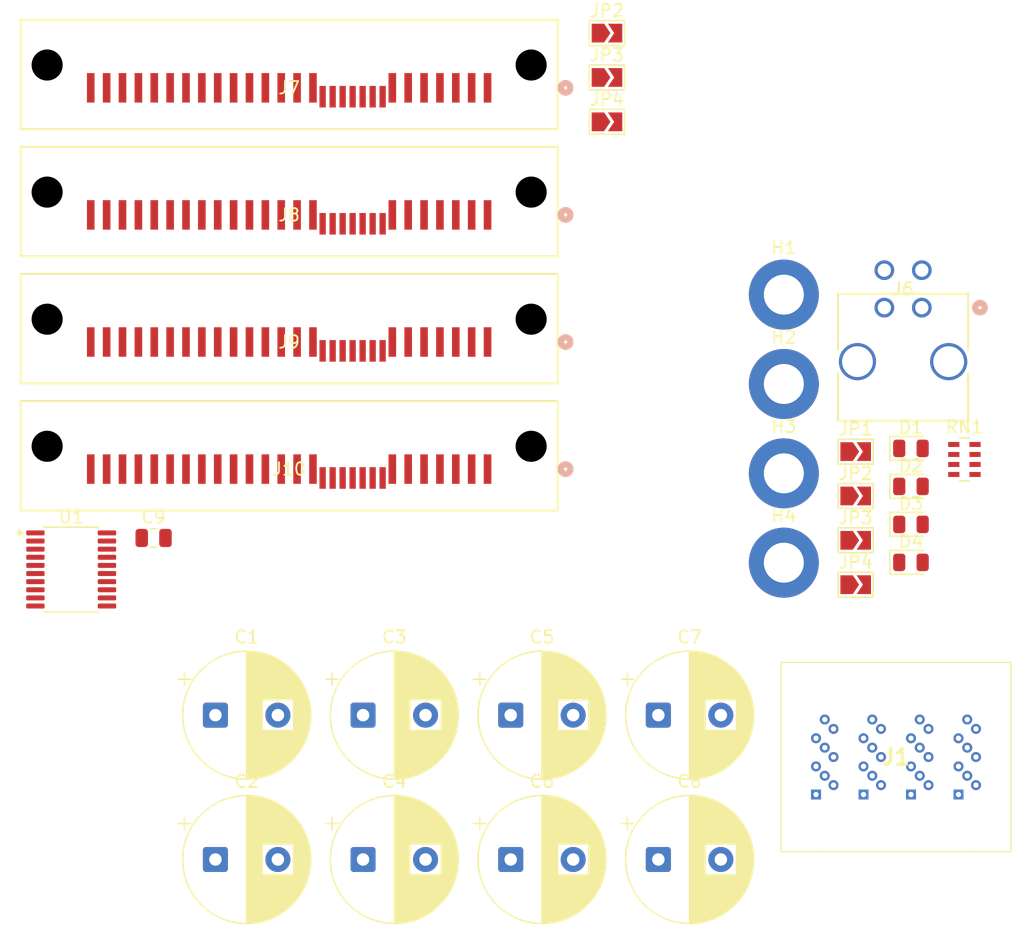
<source format=kicad_pcb>
(kicad_pcb (version 20241229) (generator "pcbnew") (generator_version "9.0")
  (layers (0 "F.Cu" signal) (4 "In1.Cu" signal) (6 "In2.Cu" signal) (2 "B.Cu" signal) (13 "F.Paste" user) (15 "B.Paste" user) (5 "F.SilkS" user "F.Silkscreen") (7 "B.SilkS" user "B.Silkscreen") (1 "F.Mask" user) (3 "B.Mask" user) (25 "Edge.Cuts" user))
  (net 0 "")
  (net 1 "+5V")
  (net 2 "+3.3V")
  (net 3 "VSS")
  (net 4 "+12V")
  (net 5 "GND")
  (net 6 "/RX0-")
  (net 7 "/RX3-")
  (net 8 "/TX1+")
  (net 9 "/TX2-")
  (net 10 "/TX0-")
  (net 11 "/RX1+")
  (net 12 "/TX2+")
  (net 13 "/TX0+")
  (net 14 "/TX3+")
  (net 15 "/RX1-")
  (net 16 "/RX0+")
  (net 17 "/TX3-")
  (net 18 "+3.3VP")
  (net 19 "Net-(D1-A)")
  (net 20 "Drive 1")
  (net 21 "Drive 2")
  (net 22 "Net-(D2-A)")
  (net 23 "Net-(D3-A)")
  (net 24 "Drive 3")
  (net 25 "Drive 4")
  (net 26 "Net-(D4-A)")
  (net 27 "/RX2-")
  (net 28 "/RX3+")
  (net 29 "/TX1-")
  (net 30 "/RX2+")
  (net 31 "Net-(JP1-B)")
  (net 32 "Net-(JP2-B)")
  (net 33 "Net-(JP3-B)")
  (net 34 "Net-(JP4-B)")
  (net 35 "SClock")
  (net 36 "SDataOut")
  (net 39 "SLoad")
  (net 40 "SDataIn")
  (footprint "Jumper:SolderJumper-2_P1.3mm_Open_TrianglePad1.0x1.5mm" (layer "F.Cu") (at 136.5584 51.211599)
    (property "Reference" "JP4" (at 0 -1.8 0) (layer "F.SilkS"))
    (property "Value" "open")
    (pad "1" smd custom (at -0.725 0) (size 0.3 0.3) (layers "F.Cu" "F.Mask") (net 2 "+3.3V") (options (clearance outline) (anchor rect)) (primitives (gr_poly (pts (xy 1 0) (xy 0.5 0.75) (xy -0.5 0.75) (xy -0.5 -0.75) (xy 0.5 -0.75)) (width 0) (fill yes))))
    (pad "2" smd custom (at 0.725 0) (size 0.3 0.3) (layers "F.Cu" "F.Mask") (net 34 "Net-(JP4-B)") (options (clearance outline) (anchor rect)) (primitives (gr_poly (pts (xy 0.5 0.75) (xy -0.65 0.75) (xy -0.15 0) (xy -0.65 -0.75) (xy 0.5 -0.75)) (width 0) (fill yes))))
  )
  (footprint "LED_SMD:LED_0805_2012Metric" (layer "F.Cu") (at 160.88 77.345)
    (property "Reference" "D1" (at 0 -1.65 0) (layer "F.SilkS"))
    (property "Value" "LED_Small")
    (pad "1" smd roundrect (at -0.9375 0) (size 0.975 1.4) (layers "F.Cu" "F.Mask" "F.Paste") (net 20 "Drive 1"))
    (pad "2" smd roundrect (at 0.9375 0) (size 0.975 1.4) (layers "F.Cu" "F.Mask" "F.Paste") (net 19 "Net-(D1-A)"))
  )
  (footprint "Capacitor_THT:CP_Radial_D10.0mm_P5.00mm" (layer "F.Cu") (at 140.668584 110.24)
    (property "Reference" "C8" (at 2.5 -6.25 0) (layer "F.SilkS"))
    (property "Value" "220u")
    (pad "1" thru_hole roundrect (at 0 0) (size 2 2) (drill 1) (layers "*.Cu" "*.Mask") (roundrect_rratio 0.125) (net 1 "+5V"))
    (pad "2" thru_hole circle (at 5 0) (size 2 2) (drill 1) (layers "*.Cu" "*.Mask") (net 5 "GND"))
  )
  (footprint "Package_SO:TSSOP-20_4.4x6.5mm_P0.65mm" (layer "F.Cu") (at 93.6834 87.031599)
    (property "Reference" "U1" (at 0 -4.2 0) (layer "F.SilkS"))
    (property "Value" "CH32V003FxPx")
    (pad "1" smd roundrect (at -2.8625 -2.925) (size 1.475 0.4) (layers "F.Cu" "F.Mask" "F.Paste"))
    (pad "2" smd roundrect (at -2.8625 -2.275) (size 1.475 0.4) (layers "F.Cu" "F.Mask" "F.Paste"))
    (pad "3" smd roundrect (at -2.8625 -1.625) (size 1.475 0.4) (layers "F.Cu" "F.Mask" "F.Paste"))
    (pad "4" smd roundrect (at -2.8625 -0.975) (size 1.475 0.4) (layers "F.Cu" "F.Mask" "F.Paste"))
    (pad "5" smd roundrect (at -2.8625 -0.325) (size 1.475 0.4) (layers "F.Cu" "F.Mask" "F.Paste"))
    (pad "6" smd roundrect (at -2.8625 0.325) (size 1.475 0.4) (layers "F.Cu" "F.Mask" "F.Paste"))
    (pad "7" smd roundrect (at -2.8625 0.975) (size 1.475 0.4) (layers "F.Cu" "F.Mask" "F.Paste") (net 3 "VSS"))
    (pad "8" smd roundrect (at -2.8625 1.625) (size 1.475 0.4) (layers "F.Cu" "F.Mask" "F.Paste"))
    (pad "9" smd roundrect (at -2.8625 2.275) (size 1.475 0.4) (layers "F.Cu" "F.Mask" "F.Paste") (net 1 "+5V"))
    (pad "10" smd roundrect (at -2.8625 2.925) (size 1.475 0.4) (layers "F.Cu" "F.Mask" "F.Paste") (net 35 "SClock"))
    (pad "11" smd roundrect (at 2.8625 2.925) (size 1.475 0.4) (layers "F.Cu" "F.Mask" "F.Paste") (net 39 "SLoad"))
    (pad "12" smd roundrect (at 2.8625 2.275) (size 1.475 0.4) (layers "F.Cu" "F.Mask" "F.Paste") (net 36 "SDataOut"))
    (pad "13" smd roundrect (at 2.8625 1.625) (size 1.475 0.4) (layers "F.Cu" "F.Mask" "F.Paste") (net 40 "SDataIn"))
    (pad "14" smd roundrect (at 2.8625 0.975) (size 1.475 0.4) (layers "F.Cu" "F.Mask" "F.Paste"))
    (pad "15" smd roundrect (at 2.8625 0.325) (size 1.475 0.4) (layers "F.Cu" "F.Mask" "F.Paste"))
    (pad "16" smd roundrect (at 2.8625 -0.325) (size 1.475 0.4) (layers "F.Cu" "F.Mask" "F.Paste"))
    (pad "17" smd roundrect (at 2.8625 -0.975) (size 1.475 0.4) (layers "F.Cu" "F.Mask" "F.Paste"))
    (pad "18" smd roundrect (at 2.8625 -1.625) (size 1.475 0.4) (layers "F.Cu" "F.Mask" "F.Paste"))
    (pad "19" smd roundrect (at 2.8625 -2.275) (size 1.475 0.4) (layers "F.Cu" "F.Mask" "F.Paste"))
    (pad "20" smd roundrect (at 2.8625 -2.925) (size 1.475 0.4) (layers "F.Cu" "F.Mask" "F.Paste"))
  )
  (footprint "LED_SMD:LED_0805_2012Metric" (layer "F.Cu") (at 160.88 80.385)
    (property "Reference" "D2" (at 0 -1.65 0) (layer "F.SilkS"))
    (property "Value" "LED_Small")
    (pad "1" smd roundrect (at -0.9375 0) (size 0.975 1.4) (layers "F.Cu" "F.Mask" "F.Paste") (net 21 "Drive 2"))
    (pad "2" smd roundrect (at 0.9375 0) (size 0.975 1.4) (layers "F.Cu" "F.Mask" "F.Paste") (net 22 "Net-(D2-A)"))
  )
  (footprint "Capacitor_THT:CP_Radial_D10.0mm_P5.00mm" (layer "F.Cu") (at 105.224646 110.24)
    (property "Reference" "C2" (at 2.5 -6.25 0) (layer "F.SilkS"))
    (property "Value" "220u")
    (pad "1" thru_hole roundrect (at 0 0) (size 2 2) (drill 1) (layers "*.Cu" "*.Mask") (roundrect_rratio 0.125) (net 1 "+5V"))
    (pad "2" thru_hole circle (at 5 0) (size 2 2) (drill 1) (layers "*.Cu" "*.Mask") (net 5 "GND"))
  )
  (footprint "Capacitor_THT:CP_Radial_D10.0mm_P5.00mm" (layer "F.Cu") (at 140.668584 98.69)
    (property "Reference" "C7" (at 2.5 -6.25 0) (layer "F.SilkS"))
    (property "Value" "220u")
    (pad "1" thru_hole roundrect (at 0 0) (size 2 2) (drill 1) (layers "*.Cu" "*.Mask") (roundrect_rratio 0.125) (net 4 "+12V"))
    (pad "2" thru_hole circle (at 5 0) (size 2 2) (drill 1) (layers "*.Cu" "*.Mask") (net 5 "GND"))
  )
  (footprint "Jumper:SolderJumper-2_P1.3mm_Open_TrianglePad1.0x1.5mm" (layer "F.Cu") (at 156.46 84.7)
    (property "Reference" "JP3" (at 0 -1.8 0) (layer "F.SilkS"))
    (property "Value" "open")
    (pad "1" smd custom (at -0.725 0) (size 0.3 0.3) (layers "F.Cu" "F.Mask") (net 18 "+3.3VP") (options (clearance outline) (anchor rect)) (primitives (gr_poly (pts (xy 1 0) (xy 0.5 0.75) (xy -0.5 0.75) (xy -0.5 -0.75) (xy 0.5 -0.75)) (width 0) (fill yes))))
    (pad "2" smd custom (at 0.725 0) (size 0.3 0.3) (layers "F.Cu" "F.Mask") (net 33 "Net-(JP3-B)") (options (clearance outline) (anchor rect)) (primitives (gr_poly (pts (xy 0.5 0.75) (xy -0.65 0.75) (xy -0.15 0) (xy -0.65 -0.75) (xy 0.5 -0.75)) (width 0) (fill yes))))
  )
  (footprint "MountingHole:MountingHole_3.2mm_M3_DIN965_Pad" (layer "F.Cu") (at 150.71 79.34)
    (property "Reference" "H3" (at 0 -3.75 0) (layer "F.SilkS"))
    (property "Value" "MountingHole_Pad")
    (pad "1" thru_hole circle (at 0 0) (size 5.6 5.6) (drill 3.2) (layers "*.Cu" "*.Mask") (net 3 "VSS"))
  )
  (footprint "UE_Connector:CONN_SD-43045-008_04_MOL" (layer "F.Cu") (at 161.7511 66.082599)
    (property "Reference" "J6" (at -1.5 -1.5 0) (layer "F.SilkS"))
    (property "Value" "POWER")
    (pad "1" thru_hole circle (at 0 0) (size 1.5748 1.5748) (drill 1.0668) (layers "*.Cu" "*.Mask") (net 5 "GND"))
    (pad "2" thru_hole circle (at -2.999999 0) (size 1.5748 1.5748) (drill 1.0668) (layers "*.Cu" "*.Mask") (net 5 "GND"))
    (pad "3" thru_hole circle (at 0 -2.999999) (size 1.5748 1.5748) (drill 1.0668) (layers "*.Cu" "*.Mask") (net 1 "+5V"))
    (pad "4" thru_hole circle (at -2.999999 -2.999999) (size 1.5748 1.5748) (drill 1.0668) (layers "*.Cu" "*.Mask") (net 4 "+12V"))
    (pad "5" thru_hole circle (at -5.15 4.320002) (size 2.9718 2.9718) (drill 2.4638) (layers "*.Cu" "*.Mask"))
    (pad "6" thru_hole circle (at 2.150001 4.320002) (size 2.9718 2.9718) (drill 2.4638) (layers "*.Cu" "*.Mask"))
  )
  (footprint "Jumper:SolderJumper-2_P1.3mm_Open_TrianglePad1.0x1.5mm" (layer "F.Cu") (at 136.5584 44.111599)
    (property "Reference" "JP2" (at 0 -1.8 0) (layer "F.SilkS"))
    (property "Value" "open")
    (pad "1" smd custom (at -0.725 0) (size 0.3 0.3) (layers "F.Cu" "F.Mask") (net 2 "+3.3V") (options (clearance outline) (anchor rect)) (primitives (gr_poly (pts (xy 1 0) (xy 0.5 0.75) (xy -0.5 0.75) (xy -0.5 -0.75) (xy 0.5 -0.75)) (width 0) (fill yes))))
    (pad "2" smd custom (at 0.725 0) (size 0.3 0.3) (layers "F.Cu" "F.Mask") (net 32 "Net-(JP2-B)") (options (clearance outline) (anchor rect)) (primitives (gr_poly (pts (xy 0.5 0.75) (xy -0.65 0.75) (xy -0.15 0) (xy -0.65 -0.75) (xy 0.5 -0.75)) (width 0) (fill yes))))
  )
  (footprint "MountingHole:MountingHole_3.2mm_M3_DIN965_Pad" (layer "F.Cu") (at 150.71 65.04)
    (property "Reference" "H1" (at 0 -3.75 0) (layer "F.SilkS"))
    (property "Value" "MountingHole_Pad")
    (pad "1" thru_hole circle (at 0 0) (size 5.6 5.6) (drill 3.2) (layers "*.Cu" "*.Mask") (net 3 "VSS"))
  )
  (footprint "Jumper:SolderJumper-2_P1.3mm_Open_TrianglePad1.0x1.5mm" (layer "F.Cu") (at 156.46 77.6)
    (property "Reference" "JP1" (at 0 -1.8 0) (layer "F.SilkS"))
    (property "Value" "open")
    (pad "1" smd custom (at -0.725 0) (size 0.3 0.3) (layers "F.Cu" "F.Mask") (net 2 "+3.3V") (options (clearance outline) (anchor rect)) (primitives (gr_poly (pts (xy 1 0) (xy 0.5 0.75) (xy -0.5 0.75) (xy -0.5 -0.75) (xy 0.5 -0.75)) (width 0) (fill yes))))
    (pad "2" smd custom (at 0.725 0) (size 0.3 0.3) (layers "F.Cu" "F.Mask") (net 31 "Net-(JP1-B)") (options (clearance outline) (anchor rect)) (primitives (gr_poly (pts (xy 0.5 0.75) (xy -0.65 0.75) (xy -0.15 0) (xy -0.65 -0.75) (xy 0.5 -0.75)) (width 0) (fill yes))))
  )
  (footprint "MountingHole:MountingHole_3.2mm_M3_DIN965_Pad" (layer "F.Cu") (at 150.71 86.49)
    (property "Reference" "H4" (at 0 -3.75 0) (layer "F.SilkS"))
    (property "Value" "MountingHole_Pad")
    (pad "1" thru_hole circle (at 0 0) (size 5.6 5.6) (drill 3.2) (layers "*.Cu" "*.Mask") (net 3 "VSS"))
  )
  (footprint "Capacitor_THT:CP_Radial_D10.0mm_P5.00mm" (layer "F.Cu") (at 117.039292 110.24)
    (property "Reference" "C4" (at 2.5 -6.25 0) (layer "F.SilkS"))
    (property "Value" "220u")
    (pad "1" thru_hole roundrect (at 0 0) (size 2 2) (drill 1) (layers "*.Cu" "*.Mask") (roundrect_rratio 0.125) (net 4 "+12V"))
    (pad "2" thru_hole circle (at 5 0) (size 2 2) (drill 1) (layers "*.Cu" "*.Mask") (net 5 "GND"))
  )
  (footprint "Capacitor_THT:CP_Radial_D10.0mm_P5.00mm" (layer "F.Cu") (at 128.853938 98.69)
    (property "Reference" "C5" (at 2.5 -6.25 0) (layer "F.SilkS"))
    (property "Value" "220u")
    (pad "1" thru_hole roundrect (at 0 0) (size 2 2) (drill 1) (layers "*.Cu" "*.Mask") (roundrect_rratio 0.125) (net 4 "+12V"))
    (pad "2" thru_hole circle (at 5 0) (size 2 2) (drill 1) (layers "*.Cu" "*.Mask") (net 5 "GND"))
  )
  (footprint "Jumper:SolderJumper-2_P1.3mm_Open_TrianglePad1.0x1.5mm" (layer "F.Cu") (at 156.46 81.15)
    (property "Reference" "JP2" (at 0 -1.8 0) (layer "F.SilkS"))
    (property "Value" "open")
    (pad "1" smd custom (at -0.725 0) (size 0.3 0.3) (layers "F.Cu" "F.Mask") (net 2 "+3.3V") (options (clearance outline) (anchor rect)) (primitives (gr_poly (pts (xy 1 0) (xy 0.5 0.75) (xy -0.5 0.75) (xy -0.5 -0.75) (xy 0.5 -0.75)) (width 0) (fill yes))))
    (pad "2" smd custom (at 0.725 0) (size 0.3 0.3) (layers "F.Cu" "F.Mask") (net 32 "Net-(JP2-B)") (options (clearance outline) (anchor rect)) (primitives (gr_poly (pts (xy 0.5 0.75) (xy -0.65 0.75) (xy -0.15 0) (xy -0.65 -0.75) (xy 0.5 -0.75)) (width 0) (fill yes))))
  )
  (footprint "UE_Connector:22275951" (layer "F.Cu") (at 164.685 105.04)
    (property "Reference" "J1" (at -5 -3 0) (layer "F.SilkS") (effects (font (size 1.27 1.27) (thickness 0.254))))
    (property "Value" "2227595-1" (hide yes))
    (pad "" np_thru_hole circle (at -10.7 -9) (size 2.25 2.25) (drill 2.25) (layers "*.Cu" "*.Mask"))
    (pad "" np_thru_hole circle (at -10.7 3) (size 2.25 2.25) (drill 2.25) (layers "*.Cu" "*.Mask"))
    (pad "" np_thru_hole circle (at 1.3 -9) (size 2.25 2.25) (drill 2.25) (layers "*.Cu" "*.Mask"))
    (pad "" np_thru_hole circle (at 1.3 3) (size 2.25 2.25) (drill 2.25) (layers "*.Cu" "*.Mask"))
    (pad "A1" thru_hole rect (at 0 0) (size 0.8 0.8) (drill 0.42) (layers "*.Cu" "*.Mask"))
    (pad "A2" thru_hole circle (at 1.4 -0.75) (size 0.8 0.8) (drill 0.42) (layers "*.Cu" "*.Mask") (net 35 "SClock"))
    (pad "A3" thru_hole circle (at 0.7 -1.5) (size 0.8 0.8) (drill 0.42) (layers "*.Cu" "*.Mask") (net 3 "VSS"))
    (pad "A4" thru_hole circle (at 0 -2.25) (size 0.8 0.8) (drill 0.42) (layers "*.Cu" "*.Mask") (net 11 "/RX1+"))
    (pad "A5" thru_hole circle (at 1.4 -3) (size 0.8 0.8) (drill 0.42) (layers "*.Cu" "*.Mask") (net 15 "/RX1-"))
    (pad "A6" thru_hole circle (at 0.7 -3.75) (size 0.8 0.8) (drill 0.42) (layers "*.Cu" "*.Mask") (net 3 "VSS"))
    (pad "A7" thru_hole circle (at 0 -4.5) (size 0.8 0.8) (drill 0.42) (layers "*.Cu" "*.Mask") (net 28 "/RX3+"))
    (pad "A8" thru_hole circle (at 1.4 -5.25) (size 0.8 0.8) (drill 0.42) (layers "*.Cu" "*.Mask") (net 7 "/RX3-"))
    (pad "A9" thru_hole circle (at 0.7 -6) (size 0.8 0.8) (drill 0.42) (layers "*.Cu" "*.Mask") (net 3 "VSS"))
    (pad "B1" thru_hole rect (at -3.8 0) (size 0.8 0.8) (drill 0.42) (layers "*.Cu" "*.Mask"))
    (pad "B2" thru_hole circle (at -2.4 -0.75) (size 0.8 0.8) (drill 0.42) (layers "*.Cu" "*.Mask") (net 39 "SLoad"))
    (pad "B3" thru_hole circle (at -3.1 -1.5) (size 0.8 0.8) (drill 0.42) (layers "*.Cu" "*.Mask") (net 3 "VSS"))
    (pad "B4" thru_hole circle (at -3.8 -2.25) (size 0.8 0.8) (drill 0.42) (layers "*.Cu" "*.Mask") (net 16 "/RX0+"))
    (pad "B5" thru_hole circle (at -2.4 -3) (size 0.8 0.8) (drill 0.42) (layers "*.Cu" "*.Mask") (net 6 "/RX0-"))
    (pad "B6" thru_hole circle (at -3.1 -3.75) (size 0.8 0.8) (drill 0.42) (layers "*.Cu" "*.Mask") (net 3 "VSS"))
    (pad "B7" thru_hole circle (at -3.8 -4.5) (size 0.8 0.8) (drill 0.42) (layers "*.Cu" "*.Mask") (net 30 "/RX2+"))
    (pad "B8" thru_hole circle (at -2.4 -5.25) (size 0.8 0.8) (drill 0.42) (layers "*.Cu" "*.Mask") (net 27 "/RX2-"))
    (pad "B9" thru_hole circle (at -3.1 -6) (size 0.8 0.8) (drill 0.42) (layers "*.Cu" "*.Mask") (net 3 "VSS"))
    (pad "C1" thru_hole rect (at -7.6 0) (size 0.8 0.8) (drill 0.42) (layers "*.Cu" "*.Mask") (net 36 "SDataOut"))
    (pad "C2" thru_hole circle (at -6.2 -0.75) (size 0.8 0.8) (drill 0.42) (layers "*.Cu" "*.Mask"))
    (pad "C3" thru_hole circle (at -6.9 -1.5) (size 0.8 0.8) (drill 0.42) (layers "*.Cu" "*.Mask") (net 3 "VSS"))
    (pad "C4" thru_hole circle (at -7.6 -2.25) (size 0.8 0.8) (drill 0.42) (layers "*.Cu" "*.Mask") (net 8 "/TX1+"))
    (pad "C5" thru_hole circle (at -6.2 -3) (size 0.8 0.8) (drill 0.42) (layers "*.Cu" "*.Mask") (net 29 "/TX1-"))
    (pad "C6" thru_hole circle (at -6.9 -3.75) (size 0.8 0.8) (drill 0.42) (layers "*.Cu" "*.Mask") (net 3 "VSS"))
    (pad "C7" thru_hole circle (at -7.6 -4.5) (size 0.8 0.8) (drill 0.42) (layers "*.Cu" "*.Mask") (net 14 "/TX3+"))
    (pad "C8" thru_hole circle (at -6.2 -5.25) (size 0.8 0.8) (drill 0.42) (layers "*.Cu" "*.Mask") (net 17 "/TX3-"))
    (pad "C9" thru_hole circle (at -6.9 -6) (size 0.8 0.8) (drill 0.42) (layers "*.Cu" "*.Mask") (net 3 "VSS"))
    (pad "D1" thru_hole rect (at -11.4 0) (size 0.8 0.8) (drill 0.42) (layers "*.Cu" "*.Mask") (net 40 "SDataIn"))
    (pad "D2" thru_hole circle (at -10 -0.75) (size 0.8 0.8) (drill 0.42) (layers "*.Cu" "*.Mask"))
    (pad "D3" thru_hole circle (at -10.7 -1.5) (size 0.8 0.8) (drill 0.42) (layers "*.Cu" "*.Mask") (net 3 "VSS"))
    (pad "D4" thru_hole circle (at -11.4 -2.25) (size 0.8 0.8) (drill 0.42) (layers "*.Cu" "*.Mask") (net 13 "/TX0+"))
    (pad "D5" thru_hole circle (at -10 -3) (size 0.8 0.8) (drill 0.42) (layers "*.Cu" "*.Mask") (net 10 "/TX0-"))
    (pad "D6" thru_hole circle (at -10.7 -3.75) (size 0.8 0.8) (drill 0.42) (layers "*.Cu" "*.Mask") (net 3 "VSS"))
    (pad "D7" thru_hole circle (at -11.4 -4.5) (size 0.8 0.8) (drill 0.42) (layers "*.Cu" "*.Mask") (net 12 "/TX2+"))
    (pad "D8" thru_hole circle (at -10 -5.25) (size 0.8 0.8) (drill 0.42) (layers "*.Cu" "*.Mask") (net 9 "/TX2-"))
    (pad "D9" thru_hole circle (at -10.7 -6) (size 0.8 0.8) (drill 0.42) (layers "*.Cu" "*.Mask") (net 3 "VSS"))
  )
  (footprint "Capacitor_THT:CP_Radial_D10.0mm_P5.00mm" (layer "F.Cu") (at 128.853938 110.24)
    (property "Reference" "C6" (at 2.5 -6.25 0) (layer "F.SilkS"))
    (property "Value" "220u")
    (pad "1" thru_hole roundrect (at 0 0) (size 2 2) (drill 1) (layers "*.Cu" "*.Mask") (roundrect_rratio 0.125) (net 1 "+5V"))
    (pad "2" thru_hole circle (at 5 0) (size 2 2) (drill 1) (layers "*.Cu" "*.Mask") (net 5 "GND"))
  )
  (footprint "Jumper:SolderJumper-2_P1.3mm_Open_TrianglePad1.0x1.5mm" (layer "F.Cu") (at 156.46 88.25)
    (property "Reference" "JP4" (at 0 -1.8 0) (layer "F.SilkS"))
    (property "Value" "open")
    (pad "1" smd custom (at -0.725 0) (size 0.3 0.3) (layers "F.Cu" "F.Mask") (net 18 "+3.3VP") (options (clearance outline) (anchor rect)) (primitives (gr_poly (pts (xy 1 0) (xy 0.5 0.75) (xy -0.5 0.75) (xy -0.5 -0.75) (xy 0.5 -0.75)) (width 0) (fill yes))))
    (pad "2" smd custom (at 0.725 0) (size 0.3 0.3) (layers "F.Cu" "F.Mask") (net 34 "Net-(JP4-B)") (options (clearance outline) (anchor rect)) (primitives (gr_poly (pts (xy 0.5 0.75) (xy -0.65 0.75) (xy -0.15 0) (xy -0.65 -0.75) (xy 0.5 -0.75)) (width 0) (fill yes))))
  )
  (footprint "LED_SMD:LED_0805_2012Metric" (layer "F.Cu") (at 160.88 83.425)
    (property "Reference" "D3" (at 0 -1.65 0) (layer "F.SilkS"))
    (property "Value" "LED_Small")
    (pad "1" smd roundrect (at -0.9375 0) (size 0.975 1.4) (layers "F.Cu" "F.Mask" "F.Paste") (net 24 "Drive 3"))
    (pad "2" smd roundrect (at 0.9375 0) (size 0.975 1.4) (layers "F.Cu" "F.Mask" "F.Paste") (net 23 "Net-(D3-A)"))
  )
  (footprint "Capacitor_THT:CP_Radial_D10.0mm_P5.00mm" (layer "F.Cu") (at 117.039292 98.69)
    (property "Reference" "C3" (at 2.5 -6.25 0) (layer "F.SilkS"))
    (property "Value" "220u")
    (pad "1" thru_hole roundrect (at 0 0) (size 2 2) (drill 1) (layers "*.Cu" "*.Mask") (roundrect_rratio 0.125) (net 4 "+12V"))
    (pad "2" thru_hole circle (at 5 0) (size 2 2) (drill 1) (layers "*.Cu" "*.Mask") (net 5 "GND"))
  )
  (footprint "UE_Connector:CONN_10076579-002C-TRLF_AMP" (layer "F.Cu") (at 111.125 47.421299)
    (property "Reference" "J7" (at 0 1.070501 0) (layer "F.SilkS"))
    (property "Value" "10076579-002C-TRLF")
    (pad "" np_thru_hole circle (at -19.364998 -0.754499) (size 2.4892 2.4892) (drill 2.4892) (layers))
    (pad "" np_thru_hole circle (at 19.364998 -0.754499) (size 2.4892 2.4892) (drill 2.4892) (layers))
    (pad "P1" smd rect (at 1.905 1.070501) (size 0.6096 2.3622) (layers "F.Cu" "F.Mask" "F.Paste") (net 31 "Net-(JP1-B)"))
    (pad "P2" smd rect (at 0.635 1.070501) (size 0.6096 2.3622) (layers "F.Cu" "F.Mask" "F.Paste") (net 31 "Net-(JP1-B)"))
    (pad "P3" smd rect (at -0.635 1.070501) (size 0.6096 2.3622) (layers "F.Cu" "F.Mask" "F.Paste") (net 31 "Net-(JP1-B)"))
    (pad "P4" smd rect (at -1.905 1.070501) (size 0.6096 2.3622) (layers "F.Cu" "F.Mask" "F.Paste") (net 3 "VSS"))
    (pad "P5" smd rect (at -3.175 1.070501) (size 0.6096 2.3622) (layers "F.Cu" "F.Mask" "F.Paste") (net 3 "VSS"))
    (pad "P6" smd rect (at -4.445 1.070501) (size 0.6096 2.3622) (layers "F.Cu" "F.Mask" "F.Paste") (net 3 "VSS"))
    (pad "P7" smd rect (at -5.715 1.070501) (size 0.6096 2.3622) (layers "F.Cu" "F.Mask" "F.Paste") (net 1 "+5V"))
    (pad "P8" smd rect (at -6.985 1.070501) (size 0.6096 2.3622) (layers "F.Cu" "F.Mask" "F.Paste") (net 1 "+5V"))
    (pad "P9" smd rect (at -8.255 1.070501) (size 0.6096 2.3622) (layers "F.Cu" "F.Mask" "F.Paste") (net 1 "+5V"))
    (pad "P10" smd rect (at -9.525 1.070501) (size 0.6096 2.3622) (layers "F.Cu" "F.Mask" "F.Paste") (net 3 "VSS"))
    (pad "P11" smd rect (at -10.795 1.070501) (size 0.6096 2.3622) (layers "F.Cu" "F.Mask" "F.Paste") (net 3 "VSS"))
    (pad "P12" smd rect (at -12.065 1.070501) (size 0.6096 2.3622) (layers "F.Cu" "F.Mask" "F.Paste") (net 3 "VSS"))
    (pad "P13" smd rect (at -13.335 1.070501) (size 0.6096 2.3622) (layers "F.Cu" "F.Mask" "F.Paste") (net 4 "+12V"))
    (pad "P14" smd rect (at -14.605 1.070501) (size 0.6096 2.3622) (layers "F.Cu" "F.Mask" "F.Paste") (net 4 "+12V"))
    (pad "P15" smd rect (at -15.875 1.070501) (size 0.6096 2.3622) (layers "F.Cu" "F.Mask" "F.Paste") (net 4 "+12V"))
    (pad "S1" smd rect (at 15.875 1.070501) (size 0.6096 2.3622) (layers "F.Cu" "F.Mask" "F.Paste") (net 3 "VSS"))
    (pad "S2" smd rect (at 14.605 1.070501) (size 0.6096 2.3622) (layers "F.Cu" "F.Mask" "F.Paste") (net 13 "/TX0+"))
    (pad "S3" smd rect (at 13.335 1.070501) (size 0.6096 2.3622) (layers "F.Cu" "F.Mask" "F.Paste") (net 10 "/TX0-"))
    (pad "S4" smd rect (at 12.065 1.070501) (size 0.6096 2.3622) (layers "F.Cu" "F.Mask" "F.Paste") (net 3 "VSS"))
    (pad "S5" smd rect (at 10.795 1.070501) (size 0.6096 2.3622) (layers "F.Cu" "F.Mask" "F.Paste") (net 6 "/RX0-"))
    (pad "S6" smd rect (at 9.525 1.070501) (size 0.6096 2.3622) (layers "F.Cu" "F.Mask" "F.Paste") (net 16 "/RX0+"))
    (pad "S7" smd rect (at 8.255 1.070501) (size 0.6096 2.3622) (layers "F.Cu" "F.Mask" "F.Paste") (net 3 "VSS"))
    (pad "S8" smd rect (at 7.48 1.780501) (size 0.508 1.7272) (layers "F.Cu" "F.Mask" "F.Paste") (net 3 "VSS"))
    (pad "S9" smd rect (at 6.68 1.780501) (size 0.508 1.7272) (layers "F.Cu" "F.Mask" "F.Paste"))
    (pad "S10" smd rect (at 5.88 1.780501) (size 0.508 1.7272) (layers "F.Cu" "F.Mask" "F.Paste"))
    (pad "S11" smd rect (at 5.08 1.780501) (size 0.508 1.7272) (layers "F.Cu" "F.Mask" "F.Paste") (net 3 "VSS"))
    (pad "S12" smd rect (at 4.28 1.780501) (size 0.508 1.7272) (layers "F.Cu" "F.Mask" "F.Paste"))
    (pad "S13" smd rect (at 3.48 1.780501) (size 0.508 1.7272) (layers "F.Cu" "F.Mask" "F.Paste"))
    (pad "S14" smd rect (at 2.68 1.780501) (size 0.508 1.7272) (layers "F.Cu" "F.Mask" "F.Paste") (net 3 "VSS"))
  )
  (footprint "UE_Connector:CONN_10076579-002C-TRLF_AMP" (layer "F.Cu") (at 111.125 77.929499)
    (property "Reference" "J10" (at 0 1.070501 0) (layer "F.SilkS"))
    (property "Value" "10076579-002C-TRLF")
    (pad "" np_thru_hole circle (at -19.364998 -0.754499) (size 2.4892 2.4892) (drill 2.4892) (layers))
    (pad "" np_thru_hole circle (at 19.364998 -0.754499) (size 2.4892 2.4892) (drill 2.4892) (layers))
    (pad "P1" smd rect (at 1.905 1.070501) (size 0.6096 2.3622) (layers "F.Cu" "F.Mask" "F.Paste") (net 34 "Net-(JP4-B)"))
    (pad "P2" smd rect (at 0.635 1.070501) (size 0.6096 2.3622) (layers "F.Cu" "F.Mask" "F.Paste") (net 34 "Net-(JP4-B)"))
    (pad "P3" smd rect (at -0.635 1.070501) (size 0.6096 2.3622) (layers "F.Cu" "F.Mask" "F.Paste") (net 34 "Net-(JP4-B)"))
    (pad "P4" smd rect (at -1.905 1.070501) (size 0.6096 2.3622) (layers "F.Cu" "F.Mask" "F.Paste") (net 3 "VSS"))
    (pad "P5" smd rect (at -3.175 1.070501) (size 0.6096 2.3622) (layers "F.Cu" "F.Mask" "F.Paste") (net 3 "VSS"))
    (pad "P6" smd rect (at -4.445 1.070501) (size 0.6096 2.3622) (layers "F.Cu" "F.Mask" "F.Paste") (net 3 "VSS"))
    (pad "P7" smd rect (at -5.715 1.070501) (size 0.6096 2.3622) (layers "F.Cu" "F.Mask" "F.Paste") (net 1 "+5V"))
    (pad "P8" smd rect (at -6.985 1.070501) (size 0.6096 2.3622) (layers "F.Cu" "F.Mask" "F.Paste") (net 1 "+5V"))
    (pad "P9" smd rect (at -8.255 1.070501) (size 0.6096 2.3622) (layers "F.Cu" "F.Mask" "F.Paste") (net 1 "+5V"))
    (pad "P10" smd rect (at -9.525 1.070501) (size 0.6096 2.3622) (layers "F.Cu" "F.Mask" "F.Paste") (net 3 "VSS"))
    (pad "P11" smd rect (at -10.795 1.070501) (size 0.6096 2.3622) (layers "F.Cu" "F.Mask" "F.Paste") (net 3 "VSS"))
    (pad "P12" smd rect (at -12.065 1.070501) (size 0.6096 2.3622) (layers "F.Cu" "F.Mask" "F.Paste") (net 3 "VSS"))
    (pad "P13" smd rect (at -13.335 1.070501) (size 0.6096 2.3622) (layers "F.Cu" "F.Mask" "F.Paste") (net 4 "+12V"))
    (pad "P14" smd rect (at -14.605 1.070501) (size 0.6096 2.3622) (layers "F.Cu" "F.Mask" "F.Paste") (net 4 "+12V"))
    (pad "P15" smd rect (at -15.875 1.070501) (size 0.6096 2.3622) (layers "F.Cu" "F.Mask" "F.Paste") (net 4 "+12V"))
    (pad "S1" smd rect (at 15.875 1.070501) (size 0.6096 2.3622) (layers "F.Cu" "F.Mask" "F.Paste") (net 3 "VSS"))
    (pad "S2" smd rect (at 14.605 1.070501) (size 0.6096 2.3622) (layers "F.Cu" "F.Mask" "F.Paste") (net 14 "/TX3+"))
    (pad "S3" smd rect (at 13.335 1.070501) (size 0.6096 2.3622) (layers "F.Cu" "F.Mask" "F.Paste") (net 17 "/TX3-"))
    (pad "S4" smd rect (at 12.065 1.070501) (size 0.6096 2.3622) (layers "F.Cu" "F.Mask" "F.Paste") (net 3 "VSS"))
    (pad "S5" smd rect (at 10.795 1.070501) (size 0.6096 2.3622) (layers "F.Cu" "F.Mask" "F.Paste") (net 7 "/RX3-"))
    (pad "S6" smd rect (at 9.525 1.070501) (size 0.6096 2.3622) (layers "F.Cu" "F.Mask" "F.Paste") (net 28 "/RX3+"))
    (pad "S7" smd rect (at 8.255 1.070501) (size 0.6096 2.3622) (layers "F.Cu" "F.Mask" "F.Paste") (net 3 "VSS"))
    (pad "S8" smd rect (at 7.48 1.780501) (size 0.508 1.7272) (layers "F.Cu" "F.Mask" "F.Paste") (net 3 "VSS"))
    (pad "S9" smd rect (at 6.68 1.780501) (size 0.508 1.7272) (layers "F.Cu" "F.Mask" "F.Paste"))
    (pad "S10" smd rect (at 5.88 1.780501) (size 0.508 1.7272) (layers "F.Cu" "F.Mask" "F.Paste"))
    (pad "S11" smd rect (at 5.08 1.780501) (size 0.508 1.7272) (layers "F.Cu" "F.Mask" "F.Paste") (net 3 "VSS"))
    (pad "S12" smd rect (at 4.28 1.780501) (size 0.508 1.7272) (layers "F.Cu" "F.Mask" "F.Paste"))
    (pad "S13" smd rect (at 3.48 1.780501) (size 0.508 1.7272) (layers "F.Cu" "F.Mask" "F.Paste"))
    (pad "S14" smd rect (at 2.68 1.780501) (size 0.508 1.7272) (layers "F.Cu" "F.Mask" "F.Paste") (net 3 "VSS"))
  )
  (footprint "Resistor_SMD:R_Array_Concave_4x0603" (layer "F.Cu") (at 165.16 78.23)
    (property "Reference" "RN1" (at 0 -2.6 0) (layer "F.SilkS"))
    (property "Value" "R_Pack04")
    (pad "1" smd rect (at -0.85 -1.2) (size 0.9 0.4) (layers "F.Cu" "F.Mask" "F.Paste") (net 2 "+3.3V"))
    (pad "2" smd rect (at -0.85 -0.4) (size 0.9 0.4) (layers "F.Cu" "F.Mask" "F.Paste") (net 2 "+3.3V"))
    (pad "3" smd rect (at -0.85 0.4) (size 0.9 0.4) (layers "F.Cu" "F.Mask" "F.Paste") (net 2 "+3.3V"))
    (pad "4" smd rect (at -0.85 1.2) (size 0.9 0.4) (layers "F.Cu" "F.Mask" "F.Paste") (net 2 "+3.3V"))
    (pad "5" smd rect (at 0.85 1.2) (size 0.9 0.4) (layers "F.Cu" "F.Mask" "F.Paste") (net 19 "Net-(D1-A)"))
    (pad "6" smd rect (at 0.85 0.4) (size 0.9 0.4) (layers "F.Cu" "F.Mask" "F.Paste") (net 22 "Net-(D2-A)"))
    (pad "7" smd rect (at 0.85 -0.4) (size 0.9 0.4) (layers "F.Cu" "F.Mask" "F.Paste") (net 23 "Net-(D3-A)"))
    (pad "8" smd rect (at 0.85 -1.2) (size 0.9 0.4) (layers "F.Cu" "F.Mask" "F.Paste") (net 26 "Net-(D4-A)"))
  )
  (footprint "Capacitor_SMD:C_0805_2012Metric" (layer "F.Cu") (at 100.2784 84.511599)
    (property "Reference" "C9" (at 0 -1.68 0) (layer "F.SilkS"))
    (property "Value" "100nf")
    (pad "1" smd roundrect (at -0.95 0) (size 1 1.45) (layers "F.Cu" "F.Mask" "F.Paste") (net 3 "VSS"))
    (pad "2" smd roundrect (at 0.95 0) (size 1 1.45) (layers "F.Cu" "F.Mask" "F.Paste") (net 1 "+5V"))
  )
  (footprint "LED_SMD:LED_0805_2012Metric" (layer "F.Cu") (at 160.88 86.465)
    (property "Reference" "D4" (at 0 -1.65 0) (layer "F.SilkS"))
    (property "Value" "LED_Small")
    (pad "1" smd roundrect (at -0.9375 0) (size 0.975 1.4) (layers "F.Cu" "F.Mask" "F.Paste") (net 25 "Drive 4"))
    (pad "2" smd roundrect (at 0.9375 0) (size 0.975 1.4) (layers "F.Cu" "F.Mask" "F.Paste") (net 26 "Net-(D4-A)"))
  )
  (footprint "MountingHole:MountingHole_3.2mm_M3_DIN965_Pad" (layer "F.Cu") (at 150.71 72.19)
    (property "Reference" "H2" (at 0 -3.75 0) (layer "F.SilkS"))
    (property "Value" "MountingHole_Pad")
    (pad "1" thru_hole circle (at 0 0) (size 5.6 5.6) (drill 3.2) (layers "*.Cu" "*.Mask") (net 3 "VSS"))
  )
  (footprint "Jumper:SolderJumper-2_P1.3mm_Open_TrianglePad1.0x1.5mm" (layer "F.Cu") (at 136.5584 47.661599)
    (property "Reference" "JP3" (at 0 -1.8 0) (layer "F.SilkS"))
    (property "Value" "open")
    (pad "1" smd custom (at -0.725 0) (size 0.3 0.3) (layers "F.Cu" "F.Mask") (net 2 "+3.3V") (options (clearance outline) (anchor rect)) (primitives (gr_poly (pts (xy 1 0) (xy 0.5 0.75) (xy -0.5 0.75) (xy -0.5 -0.75) (xy 0.5 -0.75)) (width 0) (fill yes))))
    (pad "2" smd custom (at 0.725 0) (size 0.3 0.3) (layers "F.Cu" "F.Mask") (net 33 "Net-(JP3-B)") (options (clearance outline) (anchor rect)) (primitives (gr_poly (pts (xy 0.5 0.75) (xy -0.65 0.75) (xy -0.15 0) (xy -0.65 -0.75) (xy 0.5 -0.75)) (width 0) (fill yes))))
  )
  (footprint "UE_Connector:CONN_10076579-002C-TRLF_AMP" (layer "F.Cu") (at 111.125 67.760099)
    (property "Reference" "J9" (at 0 1.070501 0) (layer "F.SilkS"))
    (property "Value" "10076579-002C-TRLF")
    (pad "" np_thru_hole circle (at -19.364998 -0.754499) (size 2.4892 2.4892) (drill 2.4892) (layers))
    (pad "" np_thru_hole circle (at 19.364998 -0.754499) (size 2.4892 2.4892) (drill 2.4892) (layers))
    (pad "P1" smd rect (at 1.905 1.070501) (size 0.6096 2.3622) (layers "F.Cu" "F.Mask" "F.Paste") (net 33 "Net-(JP3-B)"))
    (pad "P2" smd rect (at 0.635 1.070501) (size 0.6096 2.3622) (layers "F.Cu" "F.Mask" "F.Paste") (net 33 "Net-(JP3-B)"))
    (pad "P3" smd rect (at -0.635 1.070501) (size 0.6096 2.3622) (layers "F.Cu" "F.Mask" "F.Paste") (net 33 "Net-(JP3-B)"))
    (pad "P4" smd rect (at -1.905 1.070501) (size 0.6096 2.3622) (layers "F.Cu" "F.Mask" "F.Paste") (net 3 "VSS"))
    (pad "P5" smd rect (at -3.175 1.070501) (size 0.6096 2.3622) (layers "F.Cu" "F.Mask" "F.Paste") (net 3 "VSS"))
    (pad "P6" smd rect (at -4.445 1.070501) (size 0.6096 2.3622) (layers "F.Cu" "F.Mask" "F.Paste") (net 3 "VSS"))
    (pad "P7" smd rect (at -5.715 1.070501) (size 0.6096 2.3622) (layers "F.Cu" "F.Mask" "F.Paste") (net 1 "+5V"))
    (pad "P8" smd rect (at -6.985 1.070501) (size 0.6096 2.3622) (layers "F.Cu" "F.Mask" "F.Paste") (net 1 "+5V"))
    (pad "P9" smd rect (at -8.255 1.070501) (size 0.6096 2.3622) (layers "F.Cu" "F.Mask" "F.Paste") (net 1 "+5V"))
    (pad "P10" smd rect (at -9.525 1.070501) (size 0.6096 2.3622) (layers "F.Cu" "F.Mask" "F.Paste") (net 3 "VSS"))
    (pad "P11" smd rect (at -10.795 1.070501) (size 0.6096 2.3622) (layers "F.Cu" "F.Mask" "F.Paste") (net 3 "VSS"))
    (pad "P12" smd rect (at -12.065 1.070501) (size 0.6096 2.3622) (layers "F.Cu" "F.Mask" "F.Paste") (net 3 "VSS"))
    (pad "P13" smd rect (at -13.335 1.070501) (size 0.6096 2.3622) (layers "F.Cu" "F.Mask" "F.Paste") (net 4 "+12V"))
    (pad "P14" smd rect (at -14.605 1.070501) (size 0.6096 2.3622) (layers "F.Cu" "F.Mask" "F.Paste") (net 4 "+12V"))
    (pad "P15" smd rect (at -15.875 1.070501) (size 0.6096 2.3622) (layers "F.Cu" "F.Mask" "F.Paste") (net 4 "+12V"))
    (pad "S1" smd rect (at 15.875 1.070501) (size 0.6096 2.3622) (layers "F.Cu" "F.Mask" "F.Paste") (net 3 "VSS"))
    (pad "S2" smd rect (at 14.605 1.070501) (size 0.6096 2.3622) (layers "F.Cu" "F.Mask" "F.Paste") (net 12 "/TX2+"))
    (pad "S3" smd rect (at 13.335 1.070501) (size 0.6096 2.3622) (layers "F.Cu" "F.Mask" "F.Paste") (net 9 "/TX2-"))
    (pad "S4" smd rect (at 12.065 1.070501) (size 0.6096 2.3622) (layers "F.Cu" "F.Mask" "F.Paste") (net 3 "VSS"))
    (pad "S5" smd rect (at 10.795 1.070501) (size 0.6096 2.3622) (layers "F.Cu" "F.Mask" "F.Paste") (net 27 "/RX2-"))
    (pad "S6" smd rect (at 9.525 1.070501) (size 0.6096 2.3622) (layers "F.Cu" "F.Mask" "F.Paste") (net 30 "/RX2+"))
    (pad "S7" smd rect (at 8.255 1.070501) (size 0.6096 2.3622) (layers "F.Cu" "F.Mask" "F.Paste") (net 3 "VSS"))
    (pad "S8" smd rect (at 7.48 1.780501) (size 0.508 1.7272) (layers "F.Cu" "F.Mask" "F.Paste") (net 3 "VSS"))
    (pad "S9" smd rect (at 6.68 1.780501) (size 0.508 1.7272) (layers "F.Cu" "F.Mask" "F.Paste"))
    (pad "S10" smd rect (at 5.88 1.780501) (size 0.508 1.7272) (layers "F.Cu" "F.Mask" "F.Paste"))
    (pad "S11" smd rect (at 5.08 1.780501) (size 0.508 1.7272) (layers "F.Cu" "F.Mask" "F.Paste") (net 3 "VSS"))
    (pad "S12" smd rect (at 4.28 1.780501) (size 0.508 1.7272) (layers "F.Cu" "F.Mask" "F.Paste"))
    (pad "S13" smd rect (at 3.48 1.780501) (size 0.508 1.7272) (layers "F.Cu" "F.Mask" "F.Paste"))
    (pad "S14" smd rect (at 2.68 1.780501) (size 0.508 1.7272) (layers "F.Cu" "F.Mask" "F.Paste") (net 3 "VSS"))
  )
  (footprint "UE_Connector:CONN_10076579-002C-TRLF_AMP" (layer "F.Cu") (at 111.125 57.590699)
    (property "Reference" "J8" (at 0 1.070501 0) (layer "F.SilkS"))
    (property "Value" "10076579-002C-TRLF")
    (pad "" np_thru_hole circle (at -19.364998 -0.754499) (size 2.4892 2.4892) (drill 2.4892) (layers))
    (pad "" np_thru_hole circle (at 19.364998 -0.754499) (size 2.4892 2.4892) (drill 2.4892) (layers))
    (pad "P1" smd rect (at 1.905 1.070501) (size 0.6096 2.3622) (layers "F.Cu" "F.Mask" "F.Paste") (net 32 "Net-(JP2-B)"))
    (pad "P2" smd rect (at 0.635 1.070501) (size 0.6096 2.3622) (layers "F.Cu" "F.Mask" "F.Paste") (net 32 "Net-(JP2-B)"))
    (pad "P3" smd rect (at -0.635 1.070501) (size 0.6096 2.3622) (layers "F.Cu" "F.Mask" "F.Paste") (net 32 "Net-(JP2-B)"))
    (pad "P4" smd rect (at -1.905 1.070501) (size 0.6096 2.3622) (layers "F.Cu" "F.Mask" "F.Paste") (net 3 "VSS"))
    (pad "P5" smd rect (at -3.175 1.070501) (size 0.6096 2.3622) (layers "F.Cu" "F.Mask" "F.Paste") (net 3 "VSS"))
    (pad "P6" smd rect (at -4.445 1.070501) (size 0.6096 2.3622) (layers "F.Cu" "F.Mask" "F.Paste") (net 3 "VSS"))
    (pad "P7" smd rect (at -5.715 1.070501) (size 0.6096 2.3622) (layers "F.Cu" "F.Mask" "F.Paste") (net 1 "+5V"))
    (pad "P8" smd rect (at -6.985 1.070501) (size 0.6096 2.3622) (layers "F.Cu" "F.Mask" "F.Paste") (net 1 "+5V"))
    (pad "P9" smd rect (at -8.255 1.070501) (size 0.6096 2.3622) (layers "F.Cu" "F.Mask" "F.Paste") (net 1 "+5V"))
    (pad "P10" smd rect (at -9.525 1.070501) (size 0.6096 2.3622) (layers "F.Cu" "F.Mask" "F.Paste") (net 3 "VSS"))
    (pad "P11" smd rect (at -10.795 1.070501) (size 0.6096 2.3622) (layers "F.Cu" "F.Mask" "F.Paste") (net 3 "VSS"))
    (pad "P12" smd rect (at -12.065 1.070501) (size 0.6096 2.3622) (layers "F.Cu" "F.Mask" "F.Paste") (net 3 "VSS"))
    (pad "P13" smd rect (at -13.335 1.070501) (size 0.6096 2.3622) (layers "F.Cu" "F.Mask" "F.Paste") (net 4 "+12V"))
    (pad "P14" smd rect (at -14.605 1.070501) (size 0.6096 2.3622) (layers "F.Cu" "F.Mask" "F.Paste") (net 4 "+12V"))
    (pad "P15" smd rect (at -15.875 1.070501) (size 0.6096 2.3622) (layers "F.Cu" "F.Mask" "F.Paste") (net 4 "+12V"))
    (pad "S1" smd rect (at 15.875 1.070501) (size 0.6096 2.3622) (layers "F.Cu" "F.Mask" "F.Paste") (net 3 "VSS"))
    (pad "S2" smd rect (at 14.605 1.070501) (size 0.6096 2.3622) (layers "F.Cu" "F.Mask" "F.Paste") (net 8 "/TX1+"))
    (pad "S3" smd rect (at 13.335 1.070501) (size 0.6096 2.3622) (layers "F.Cu" "F.Mask" "F.Paste") (net 29 "/TX1-"))
    (pad "S4" smd rect (at 12.065 1.070501) (size 0.6096 2.3622) (layers "F.Cu" "F.Mask" "F.Paste") (net 3 "VSS"))
    (pad "S5" smd rect (at 10.795 1.070501) (size 0.6096 2.3622) (layers "F.Cu" "F.Mask" "F.Paste") (net 15 "/RX1-"))
    (pad "S6" smd rect (at 9.525 1.070501) (size 0.6096 2.3622) (layers "F.Cu" "F.Mask" "F.Paste") (net 11 "/RX1+"))
    (pad "S7" smd rect (at 8.255 1.070501) (size 0.6096 2.3622) (layers "F.Cu" "F.Mask" "F.Paste") (net 3 "VSS"))
    (pad "S8" smd rect (at 7.48 1.780501) (size 0.508 1.7272) (layers "F.Cu" "F.Mask" "F.Paste") (net 3 "VSS"))
    (pad "S9" smd rect (at 6.68 1.780501) (size 0.508 1.7272) (layers "F.Cu" "F.Mask" "F.Paste"))
    (pad "S10" smd rect (at 5.88 1.780501) (size 0.508 1.7272) (layers "F.Cu" "F.Mask" "F.Paste"))
    (pad "S11" smd rect (at 5.08 1.780501) (size 0.508 1.7272) (layers "F.Cu" "F.Mask" "F.Paste") (net 3 "VSS"))
    (pad "S12" smd rect (at 4.28 1.780501) (size 0.508 1.7272) (layers "F.Cu" "F.Mask" "F.Paste"))
    (pad "S13" smd rect (at 3.48 1.780501) (size 0.508 1.7272) (layers "F.Cu" "F.Mask" "F.Paste"))
    (pad "S14" smd rect (at 2.68 1.780501) (size 0.508 1.7272) (layers "F.Cu" "F.Mask" "F.Paste") (net 3 "VSS"))
  )
  (footprint "Capacitor_THT:CP_Radial_D10.0mm_P5.00mm" (layer "F.Cu") (at 105.224646 98.69)
    (property "Reference" "C1" (at 2.5 -6.25 0) (layer "F.SilkS"))
    (property "Value" "220u")
    (pad "1" thru_hole roundrect (at 0 0) (size 2 2) (drill 1) (layers "*.Cu" "*.Mask") (roundrect_rratio 0.125) (net 1 "+5V"))
    (pad "2" thru_hole circle (at 5 0) (size 2 2) (drill 1) (layers "*.Cu" "*.Mask") (net 5 "GND"))
  )
)
</source>
